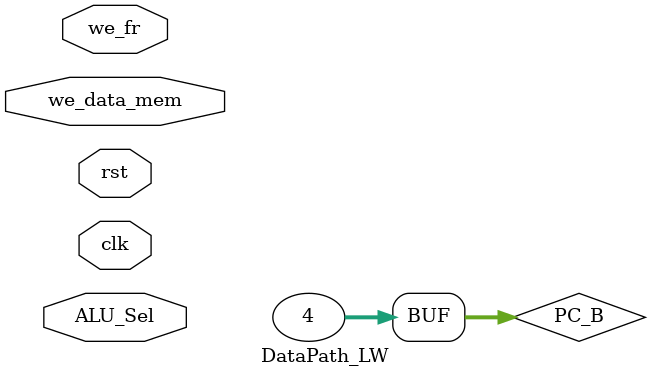
<source format=sv>
module DataPath_LW #(parameter M=32, N=5, O=16)(
  input clk,rst,we_fr, we_data_mem,
  input [3:0] ALU_Sel
);
  
  int  PC_B = 3'b100;
  wire [M-1:0]data_In_PC, data_Out_PC, data_Out_Imem, signimm, ALU_Out;
  wire [M-1:0]rd1, rd2, rd_data_mem;
  
  PC #(.M(M)) U1 (.Data_In(data_In_PC),.Data_Out(data_Out_PC),.clk(clk),.rst(rst));
  Adder #(.M(M)) U2 (.A(data_Out_PC),.B(PC_B),.Data_Out(data_In_PC));
  Imem #(.M(M)) U3 (.addr(data_Out_PC),.RD(data_Out_Imem));
  reg_file #(.M(M),.N(N)) U4(   
    .clk(clk),
    .we_fr(we_fr),
    .ra1(data_Out_Imem[25:21]),
    .ra2(data_Out_Imem[20:16]),
    .wa_fr(PC_B),
    .wd_fr(rd_data_mem),
    .rd1(rd1),
    .rd2(rd2)
  );
  signext #(.M(M),.N(O)) U5 (.inst(data_Out_Imem[15:0]),.signimm(signimm));
  ALU #(.M(M)) U6 (.A(rd1),.B(signimm),.ALU_Sel(ALU_Sel),.ALU_Out(ALU_Out));
  data_mem #(.M(M)) U7 (.clk(clk),.we(we_data_mem),.a(ALU_Out),.wd(),.rd(rd_data_mem));

endmodule
</source>
